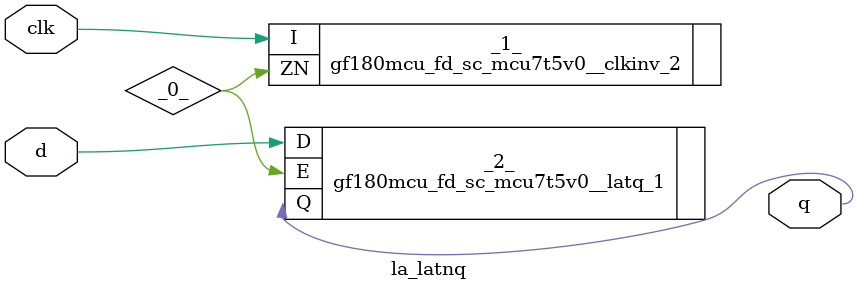
<source format=v>

/* Generated by Yosys 0.44 (git sha1 80ba43d26, g++ 11.4.0-1ubuntu1~22.04 -fPIC -O3) */

(* top =  1  *)
(* src = "generated" *)
module la_latnq (
    d,
    clk,
    q
);
  (* src = "generated" *)
  wire _0_;
  (* src = "generated" *)
  input clk;
  wire clk;
  (* src = "generated" *)
  input d;
  wire d;
  (* src = "generated" *)
  output q;
  wire q;
  gf180mcu_fd_sc_mcu7t5v0__clkinv_2 _1_ (
      .I (clk),
      .ZN(_0_)
  );
  (* module_not_derived = 32'b00000000000000000000000000000001 *) (* src = "generated" *)
  gf180mcu_fd_sc_mcu7t5v0__latq_1 _2_ (
      .D(d),
      .E(_0_),
      .Q(q)
  );
endmodule

</source>
